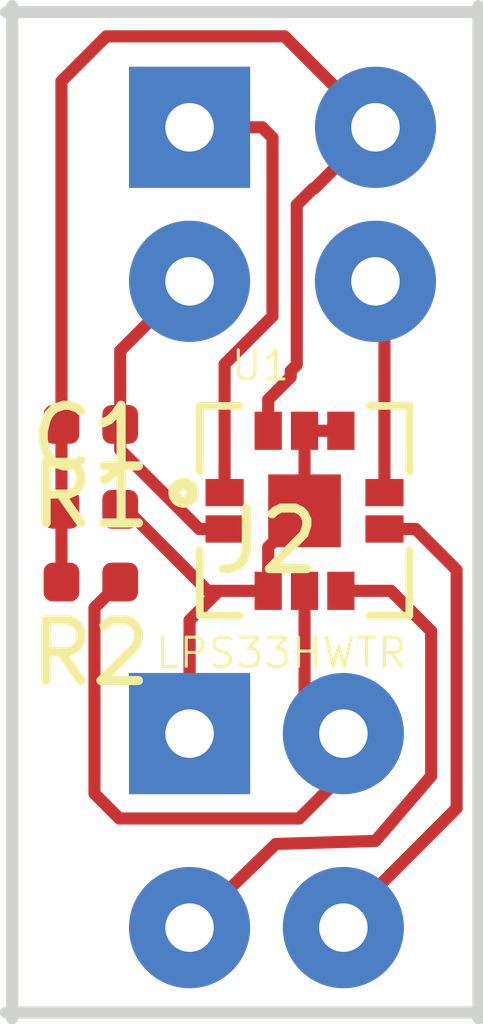
<source format=kicad_pcb>
(kicad_pcb (version 20171130) (host pcbnew "(5.0.2-5-10.14)")

  (general
    (thickness 1.6)
    (drawings 9)
    (tracks 68)
    (zones 0)
    (modules 6)
    (nets 9)
  )

  (page A4)
  (layers
    (0 F.Cu signal)
    (31 B.Cu signal)
    (32 B.Adhes user)
    (33 F.Adhes user)
    (34 B.Paste user)
    (35 F.Paste user)
    (36 B.SilkS user)
    (37 F.SilkS user hide)
    (38 B.Mask user)
    (39 F.Mask user)
    (40 Dwgs.User user)
    (41 Cmts.User user)
    (42 Eco1.User user)
    (43 Eco2.User user)
    (44 Edge.Cuts user)
    (45 Margin user)
    (46 B.CrtYd user)
    (47 F.CrtYd user)
    (48 B.Fab user)
    (49 F.Fab user hide)
  )

  (setup
    (last_trace_width 0.2)
    (trace_clearance 0.1)
    (zone_clearance 0.508)
    (zone_45_only no)
    (trace_min 0.2)
    (segment_width 0.2)
    (edge_width 0.15)
    (via_size 0.8)
    (via_drill 0.4)
    (via_min_size 0.4)
    (via_min_drill 0.3)
    (uvia_size 0.3)
    (uvia_drill 0.1)
    (uvias_allowed no)
    (uvia_min_size 0.2)
    (uvia_min_drill 0.1)
    (pcb_text_width 0.3)
    (pcb_text_size 1.5 1.5)
    (mod_edge_width 0.15)
    (mod_text_size 1 1)
    (mod_text_width 0.15)
    (pad_size 1.99898 1.99898)
    (pad_drill 0.8001)
    (pad_to_mask_clearance 0.051)
    (solder_mask_min_width 0.25)
    (aux_axis_origin 0 0)
    (visible_elements FFFFFF7F)
    (pcbplotparams
      (layerselection 0x010f0_ffffffff)
      (usegerberextensions false)
      (usegerberattributes false)
      (usegerberadvancedattributes false)
      (creategerberjobfile false)
      (excludeedgelayer true)
      (linewidth 0.100000)
      (plotframeref false)
      (viasonmask false)
      (mode 1)
      (useauxorigin false)
      (hpglpennumber 1)
      (hpglpenspeed 20)
      (hpglpendiameter 15.000000)
      (psnegative false)
      (psa4output false)
      (plotreference true)
      (plotvalue true)
      (plotinvisibletext false)
      (padsonsilk false)
      (subtractmaskfromsilk false)
      (outputformat 1)
      (mirror false)
      (drillshape 0)
      (scaleselection 1)
      (outputdirectory "../../../../Desktop/"))
  )

  (net 0 "")
  (net 1 "Net-(C1-Pad1)")
  (net 2 "Net-(C1-Pad2)")
  (net 3 "Net-(J1-Pad1)")
  (net 4 "Net-(J1-Pad3)")
  (net 5 "Net-(J1-Pad4)")
  (net 6 "Net-(J2-Pad3)")
  (net 7 "Net-(J2-Pad4)")
  (net 8 "Net-(J2-Pad2)")

  (net_class Default "This is the default net class."
    (clearance 0.1)
    (trace_width 0.2)
    (via_dia 0.8)
    (via_drill 0.4)
    (uvia_dia 0.3)
    (uvia_drill 0.1)
    (add_net "Net-(C1-Pad1)")
    (add_net "Net-(C1-Pad2)")
    (add_net "Net-(J1-Pad1)")
    (add_net "Net-(J1-Pad3)")
    (add_net "Net-(J1-Pad4)")
    (add_net "Net-(J2-Pad2)")
    (add_net "Net-(J2-Pad3)")
    (add_net "Net-(J2-Pad4)")
  )

  (module Capacitor_SMD:C_0402_1005Metric (layer F.Cu) (tedit 5B301BBE) (tstamp 5C8C94B0)
    (at 136.8 85.8)
    (descr "Capacitor SMD 0402 (1005 Metric), square (rectangular) end terminal, IPC_7351 nominal, (Body size source: http://www.tortai-tech.com/upload/download/2011102023233369053.pdf), generated with kicad-footprint-generator")
    (tags capacitor)
    (path /5C809D8C)
    (attr smd)
    (fp_text reference C1 (at 0 -1.17) (layer F.SilkS)
      (effects (font (size 1 1) (thickness 0.15)))
    )
    (fp_text value C (at 0 1.17) (layer F.Fab)
      (effects (font (size 1 1) (thickness 0.15)))
    )
    (fp_line (start -0.5 0.25) (end -0.5 -0.25) (layer F.Fab) (width 0.1))
    (fp_line (start -0.5 -0.25) (end 0.5 -0.25) (layer F.Fab) (width 0.1))
    (fp_line (start 0.5 -0.25) (end 0.5 0.25) (layer F.Fab) (width 0.1))
    (fp_line (start 0.5 0.25) (end -0.5 0.25) (layer F.Fab) (width 0.1))
    (fp_line (start -0.93 0.47) (end -0.93 -0.47) (layer F.CrtYd) (width 0.05))
    (fp_line (start -0.93 -0.47) (end 0.93 -0.47) (layer F.CrtYd) (width 0.05))
    (fp_line (start 0.93 -0.47) (end 0.93 0.47) (layer F.CrtYd) (width 0.05))
    (fp_line (start 0.93 0.47) (end -0.93 0.47) (layer F.CrtYd) (width 0.05))
    (fp_text user %R (at 0 0) (layer F.Fab)
      (effects (font (size 0.25 0.25) (thickness 0.04)))
    )
    (pad 1 smd roundrect (at -0.485 0) (size 0.59 0.64) (layers F.Cu F.Paste F.Mask) (roundrect_rratio 0.25)
      (net 1 "Net-(C1-Pad1)"))
    (pad 2 smd roundrect (at 0.485 0) (size 0.59 0.64) (layers F.Cu F.Paste F.Mask) (roundrect_rratio 0.25)
      (net 2 "Net-(C1-Pad2)"))
    (model ${KISYS3DMOD}/Capacitor_SMD.3dshapes/C_0402_1005Metric.wrl
      (at (xyz 0 0 0))
      (scale (xyz 1 1 1))
      (rotate (xyz 0 0 0))
    )
  )

  (module Connector_Wire:SolderWirePad_2x02_P2.54mm_Drill0.8mm (layer F.Cu) (tedit 5C803152) (tstamp 5C8C94BD)
    (at 138.43 79.5)
    (descr "Wire solder connection")
    (tags connector)
    (path /5C80C96C)
    (attr virtual)
    (fp_text reference J1 (at 1.27 -3.175) (layer F.SilkS)
      (effects (font (size 1 1) (thickness 0.15)))
    )
    (fp_text value Conn_01x04 (at 1.27 5.08) (layer F.Fab)
      (effects (font (size 1 1) (thickness 0.15)))
    )
    (fp_text user %R (at 1.27 1.27) (layer F.Fab)
      (effects (font (size 1 1) (thickness 0.15)))
    )
    (fp_line (start -1.5 -1.5) (end 4.04 -1.5) (layer F.CrtYd) (width 0.05))
    (fp_line (start -1.5 -1.5) (end -1.5 4.04) (layer F.CrtYd) (width 0.05))
    (fp_line (start 4.04 4.04) (end 4.04 -1.5) (layer F.CrtYd) (width 0.05))
    (fp_line (start 4.04 4.04) (end -1.5 4.04) (layer F.CrtYd) (width 0.05))
    (pad 3 thru_hole circle (at 0 2.54) (size 1.99898 1.99898) (drill 0.8001) (layers *.Cu *.Mask)
      (net 4 "Net-(J1-Pad3)"))
    (pad 4 thru_hole circle (at 3.07 2.54) (size 1.99898 1.99898) (drill 0.8001) (layers *.Cu *.Mask)
      (net 5 "Net-(J1-Pad4)"))
    (pad 1 thru_hole rect (at 0 0) (size 1.99898 1.99898) (drill 0.8001) (layers *.Cu *.Mask)
      (net 3 "Net-(J1-Pad1)"))
    (pad 2 thru_hole circle (at 3.07 0) (size 1.99898 1.99898) (drill 0.8001) (layers *.Cu *.Mask)
      (net 1 "Net-(C1-Pad1)"))
  )

  (module Connector_Wire:SolderWirePad_2x02_P2.54mm_Drill0.8mm (layer F.Cu) (tedit 5C803CF8) (tstamp 5C8C94CA)
    (at 138.43 89.5)
    (descr "Wire solder connection")
    (tags connector)
    (path /5C80C9B0)
    (attr virtual)
    (fp_text reference J2 (at 1.27 -3.175) (layer F.SilkS)
      (effects (font (size 1 1) (thickness 0.15)))
    )
    (fp_text value Conn_01x04 (at 1.27 5.08) (layer F.Fab)
      (effects (font (size 1 1) (thickness 0.15)))
    )
    (fp_line (start 4.04 4.04) (end -1.5 4.04) (layer F.CrtYd) (width 0.05))
    (fp_line (start 4.04 4.04) (end 4.04 -1.5) (layer F.CrtYd) (width 0.05))
    (fp_line (start -1.5 -1.5) (end -1.5 4.04) (layer F.CrtYd) (width 0.05))
    (fp_line (start -1.5 -1.5) (end 4.04 -1.5) (layer F.CrtYd) (width 0.05))
    (fp_text user %R (at 1.27 1.27) (layer F.Fab)
      (effects (font (size 1 1) (thickness 0.15)))
    )
    (pad 2 thru_hole circle (at 2.54 0) (size 1.99898 1.99898) (drill 0.8001) (layers *.Cu *.Mask)
      (net 8 "Net-(J2-Pad2)"))
    (pad 1 thru_hole rect (at 0 0) (size 1.99898 1.99898) (drill 0.8001) (layers *.Cu *.Mask)
      (net 2 "Net-(C1-Pad2)"))
    (pad 4 thru_hole circle (at 2.54 3.2) (size 1.99898 1.99898) (drill 0.8001) (layers *.Cu *.Mask)
      (net 7 "Net-(J2-Pad4)"))
    (pad 3 thru_hole circle (at 0 3.2) (size 1.99898 1.99898) (drill 0.8001) (layers *.Cu *.Mask)
      (net 6 "Net-(J2-Pad3)"))
  )

  (module Resistor_SMD:R_0402_1005Metric (layer F.Cu) (tedit 5B301BBD) (tstamp 5C8C94D9)
    (at 136.8 84.4 180)
    (descr "Resistor SMD 0402 (1005 Metric), square (rectangular) end terminal, IPC_7351 nominal, (Body size source: http://www.tortai-tech.com/upload/download/2011102023233369053.pdf), generated with kicad-footprint-generator")
    (tags resistor)
    (path /5C80AD9A)
    (attr smd)
    (fp_text reference R1 (at 0 -1.17 180) (layer F.SilkS)
      (effects (font (size 1 1) (thickness 0.15)))
    )
    (fp_text value R (at 0 1.17 180) (layer F.Fab)
      (effects (font (size 1 1) (thickness 0.15)))
    )
    (fp_line (start -0.5 0.25) (end -0.5 -0.25) (layer F.Fab) (width 0.1))
    (fp_line (start -0.5 -0.25) (end 0.5 -0.25) (layer F.Fab) (width 0.1))
    (fp_line (start 0.5 -0.25) (end 0.5 0.25) (layer F.Fab) (width 0.1))
    (fp_line (start 0.5 0.25) (end -0.5 0.25) (layer F.Fab) (width 0.1))
    (fp_line (start -0.93 0.47) (end -0.93 -0.47) (layer F.CrtYd) (width 0.05))
    (fp_line (start -0.93 -0.47) (end 0.93 -0.47) (layer F.CrtYd) (width 0.05))
    (fp_line (start 0.93 -0.47) (end 0.93 0.47) (layer F.CrtYd) (width 0.05))
    (fp_line (start 0.93 0.47) (end -0.93 0.47) (layer F.CrtYd) (width 0.05))
    (fp_text user %R (at 0 0 180) (layer F.Fab)
      (effects (font (size 0.25 0.25) (thickness 0.04)))
    )
    (pad 1 smd roundrect (at -0.485 0 180) (size 0.59 0.64) (layers F.Cu F.Paste F.Mask) (roundrect_rratio 0.25)
      (net 4 "Net-(J1-Pad3)"))
    (pad 2 smd roundrect (at 0.485 0 180) (size 0.59 0.64) (layers F.Cu F.Paste F.Mask) (roundrect_rratio 0.25)
      (net 1 "Net-(C1-Pad1)"))
    (model ${KISYS3DMOD}/Resistor_SMD.3dshapes/R_0402_1005Metric.wrl
      (at (xyz 0 0 0))
      (scale (xyz 1 1 1))
      (rotate (xyz 0 0 0))
    )
  )

  (module Resistor_SMD:R_0402_1005Metric (layer F.Cu) (tedit 5B301BBD) (tstamp 5C8C94E8)
    (at 136.8 87 180)
    (descr "Resistor SMD 0402 (1005 Metric), square (rectangular) end terminal, IPC_7351 nominal, (Body size source: http://www.tortai-tech.com/upload/download/2011102023233369053.pdf), generated with kicad-footprint-generator")
    (tags resistor)
    (path /5C80B62B)
    (attr smd)
    (fp_text reference R2 (at 0 -1.17 180) (layer F.SilkS)
      (effects (font (size 1 1) (thickness 0.15)))
    )
    (fp_text value R (at 0 1.17 180) (layer F.Fab)
      (effects (font (size 1 1) (thickness 0.15)))
    )
    (fp_text user %R (at 0 0 180) (layer F.Fab)
      (effects (font (size 0.25 0.25) (thickness 0.04)))
    )
    (fp_line (start 0.93 0.47) (end -0.93 0.47) (layer F.CrtYd) (width 0.05))
    (fp_line (start 0.93 -0.47) (end 0.93 0.47) (layer F.CrtYd) (width 0.05))
    (fp_line (start -0.93 -0.47) (end 0.93 -0.47) (layer F.CrtYd) (width 0.05))
    (fp_line (start -0.93 0.47) (end -0.93 -0.47) (layer F.CrtYd) (width 0.05))
    (fp_line (start 0.5 0.25) (end -0.5 0.25) (layer F.Fab) (width 0.1))
    (fp_line (start 0.5 -0.25) (end 0.5 0.25) (layer F.Fab) (width 0.1))
    (fp_line (start -0.5 -0.25) (end 0.5 -0.25) (layer F.Fab) (width 0.1))
    (fp_line (start -0.5 0.25) (end -0.5 -0.25) (layer F.Fab) (width 0.1))
    (pad 2 smd roundrect (at 0.485 0 180) (size 0.59 0.64) (layers F.Cu F.Paste F.Mask) (roundrect_rratio 0.25)
      (net 1 "Net-(C1-Pad1)"))
    (pad 1 smd roundrect (at -0.485 0 180) (size 0.59 0.64) (layers F.Cu F.Paste F.Mask) (roundrect_rratio 0.25)
      (net 8 "Net-(J2-Pad2)"))
    (model ${KISYS3DMOD}/Resistor_SMD.3dshapes/R_0402_1005Metric.wrl
      (at (xyz 0 0 0))
      (scale (xyz 1 1 1))
      (rotate (xyz 0 0 0))
    )
  )

  (module LPS33HWTR:PQFN60P330X330X290-11N (layer F.Cu) (tedit 0) (tstamp 5C8C9509)
    (at 140.328751 85.825001)
    (path /5C7FF841)
    (attr smd)
    (fp_text reference U1 (at -0.728144 -2.39539) (layer F.SilkS)
      (effects (font (size 0.480719 0.480719) (thickness 0.05)))
    )
    (fp_text value LPS33HWTR (at -0.385153 2.34562) (layer F.SilkS)
      (effects (font (size 0.480802 0.480802) (thickness 0.05)))
    )
    (fp_line (start -1.73 -1.73) (end 1.73 -1.73) (layer Eco2.User) (width 0.127))
    (fp_line (start 1.73 -1.73) (end 1.73 1.73) (layer Eco2.User) (width 0.127))
    (fp_line (start 1.73 1.73) (end -1.73 1.73) (layer Eco2.User) (width 0.127))
    (fp_line (start -1.73 1.73) (end -1.73 -1.73) (layer Eco2.User) (width 0.127))
    (fp_line (start -1.73 -1.73) (end -1.08125 -1.73) (layer F.SilkS) (width 0.127))
    (fp_line (start -1.73 -1.73) (end -1.73 -0.64875) (layer F.SilkS) (width 0.127))
    (fp_line (start 1.08125 -1.73) (end 1.73 -1.73) (layer F.SilkS) (width 0.127))
    (fp_line (start 1.73 -1.73) (end 1.73 -0.64875) (layer F.SilkS) (width 0.127))
    (fp_line (start 1.73 0.64875) (end 1.73 1.73) (layer F.SilkS) (width 0.127))
    (fp_line (start 1.73 1.73) (end 1.08125 1.73) (layer F.SilkS) (width 0.127))
    (fp_line (start -1.73 0.64875) (end -1.73 1.73) (layer F.SilkS) (width 0.127))
    (fp_line (start -1.73 1.73) (end -1.08125 1.73) (layer F.SilkS) (width 0.127))
    (fp_circle (center -1.99875 -0.3) (end -1.94875 -0.3) (layer F.SilkS) (width 0.2))
    (fp_line (start -1.98 -1.98) (end -1.98 1.98) (layer Eco1.User) (width 0.05))
    (fp_line (start -1.98 1.98) (end 1.98 1.98) (layer Eco1.User) (width 0.05))
    (fp_line (start 1.98 1.98) (end 1.98 -1.98) (layer Eco1.User) (width 0.05))
    (fp_line (start 1.98 -1.98) (end -1.98 -1.98) (layer Eco1.User) (width 0.05))
    (fp_poly (pts (xy -0.381107 -0.38) (xy 0.38 -0.38) (xy 0.38 0.381107) (xy -0.381107 0.381107)) (layer F.Paste) (width 0))
    (pad 1 smd rect (at -1.32 -0.3) (size 0.63 0.45) (layers F.Cu F.Paste F.Mask)
      (net 3 "Net-(J1-Pad1)"))
    (pad 2 smd rect (at -1.32 0.3) (size 0.63 0.45) (layers F.Cu F.Paste F.Mask)
      (net 4 "Net-(J1-Pad3)"))
    (pad 3 smd rect (at -0.6 1.32 90) (size 0.63 0.45) (layers F.Cu F.Paste F.Mask)
      (net 2 "Net-(C1-Pad2)"))
    (pad 4 smd rect (at 0 1.32 90) (size 0.63 0.45) (layers F.Cu F.Paste F.Mask)
      (net 8 "Net-(J2-Pad2)"))
    (pad 5 smd rect (at 0.6 1.32 90) (size 0.63 0.45) (layers F.Cu F.Paste F.Mask)
      (net 6 "Net-(J2-Pad3)"))
    (pad 6 smd rect (at 1.32 0.3 180) (size 0.63 0.45) (layers F.Cu F.Paste F.Mask)
      (net 7 "Net-(J2-Pad4)"))
    (pad 7 smd rect (at 1.32 -0.3 180) (size 0.63 0.45) (layers F.Cu F.Paste F.Mask)
      (net 5 "Net-(J1-Pad4)"))
    (pad 8 smd rect (at 0.6 -1.32 270) (size 0.63 0.45) (layers F.Cu F.Paste F.Mask)
      (net 2 "Net-(C1-Pad2)"))
    (pad 9 smd rect (at 0 -1.32 270) (size 0.63 0.45) (layers F.Cu F.Paste F.Mask)
      (net 2 "Net-(C1-Pad2)"))
    (pad 10 smd rect (at -0.6 -1.32 270) (size 0.63 0.45) (layers F.Cu F.Paste F.Mask)
      (net 1 "Net-(C1-Pad1)"))
    (pad EP smd rect (at 0 0) (size 1.2 1.2) (layers F.Cu F.Paste F.Mask)
      (net 2 "Net-(C1-Pad2)"))
  )

  (gr_line (start 143.2 77.6) (end 135.4 77.6) (layer Edge.Cuts) (width 0.2))
  (gr_line (start 143.2 94.2) (end 143.2 77.5) (layer Edge.Cuts) (width 0.2))
  (gr_line (start 135.4 94.1) (end 143.2 94.1) (layer Edge.Cuts) (width 0.2))
  (gr_line (start 135.5 77.5) (end 135.5 94.2) (layer Edge.Cuts) (width 0.2))
  (dimension 5.08 (width 0.3) (layer F.SilkS)
    (gr_text "5.080 mm" (at 128.27 124.02) (layer F.SilkS)
      (effects (font (size 1.5 1.5) (thickness 0.3)))
    )
    (feature1 (pts (xy 125.73 78.74) (xy 125.73 122.506421)))
    (feature2 (pts (xy 130.81 78.74) (xy 130.81 122.506421)))
    (crossbar (pts (xy 130.81 121.92) (xy 125.73 121.92)))
    (arrow1a (pts (xy 125.73 121.92) (xy 126.856504 121.333579)))
    (arrow1b (pts (xy 125.73 121.92) (xy 126.856504 122.506421)))
    (arrow2a (pts (xy 130.81 121.92) (xy 129.683496 121.333579)))
    (arrow2b (pts (xy 130.81 121.92) (xy 129.683496 122.506421)))
  )
  (gr_line (start 134.62 76.2) (end 110.49 76.2) (layer F.SilkS) (width 0.2))
  (gr_line (start 134.62 95.25) (end 134.62 76.2) (layer F.SilkS) (width 0.2))
  (gr_line (start 110.49 95.25) (end 134.62 95.25) (layer F.SilkS) (width 0.2))
  (gr_line (start 110.49 76.2) (end 110.49 95.25) (layer F.SilkS) (width 0.2))

  (segment (start 136.315 87) (end 136.315 85.7) (width 0.2) (layer F.Cu) (net 1))
  (segment (start 136.315 85.7) (end 136.315 84.4) (width 0.2) (layer F.Cu) (net 1))
  (segment (start 140.10001 83.518233) (end 140.10001 83.618742) (width 0.2) (layer F.Cu) (net 1))
  (segment (start 140.47 80.51) (end 140.2 80.78) (width 0.2) (layer F.Cu) (net 1))
  (segment (start 140.2 83.418243) (end 140.10001 83.518233) (width 0.2) (layer F.Cu) (net 1))
  (segment (start 139.728751 83.990001) (end 139.728751 84.505001) (width 0.2) (layer F.Cu) (net 1))
  (segment (start 140.2 80.78) (end 140.2 83.418243) (width 0.2) (layer F.Cu) (net 1))
  (segment (start 140.49 80.51) (end 140.47 80.51) (width 0.2) (layer F.Cu) (net 1))
  (segment (start 140.10001 83.618742) (end 139.728751 83.990001) (width 0.2) (layer F.Cu) (net 1))
  (segment (start 141.5 79.5) (end 140.49 80.51) (width 0.2) (layer F.Cu) (net 1))
  (segment (start 137.055 78) (end 136.315 78.74) (width 0.2) (layer F.Cu) (net 1))
  (segment (start 141.5 79.5) (end 140 78) (width 0.2) (layer F.Cu) (net 1))
  (segment (start 140 78) (end 137.055 78) (width 0.2) (layer F.Cu) (net 1))
  (segment (start 136.315 84.4) (end 136.315 78.74) (width 0.2) (layer F.Cu) (net 1))
  (segment (start 140.928751 84.505001) (end 140.328751 84.505001) (width 0.2) (layer F.Cu) (net 2))
  (segment (start 140.328751 85.825001) (end 140.328751 84.505001) (width 0.2) (layer F.Cu) (net 2))
  (segment (start 139.728751 86.425001) (end 139.728751 87.145001) (width 0.2) (layer F.Cu) (net 2))
  (segment (start 140.328751 85.825001) (end 139.728751 86.425001) (width 0.2) (layer F.Cu) (net 2))
  (segment (start 137.83 88.9) (end 138.43 89.5) (width 0.2) (layer F.Cu) (net 2))
  (segment (start 139.585509 87.145001) (end 139.728751 87.145001) (width 0.2) (layer F.Cu) (net 2))
  (segment (start 138.43 89.5) (end 138.43 87.93) (width 0.2) (layer F.Cu) (net 2))
  (segment (start 139.728751 87.145001) (end 138.914999 87.145001) (width 0.2) (layer F.Cu) (net 2))
  (segment (start 138.43 87.63) (end 138.43 89.5) (width 0.2) (layer F.Cu) (net 2))
  (segment (start 138.914999 87.145001) (end 138.43 87.63) (width 0.2) (layer F.Cu) (net 2))
  (segment (start 138.730001 87.145001) (end 137.285 85.7) (width 0.2) (layer F.Cu) (net 2))
  (segment (start 138.914999 87.145001) (end 138.730001 87.145001) (width 0.2) (layer F.Cu) (net 2))
  (segment (start 139.008751 85.100001) (end 139.008751 85.525001) (width 0.2) (layer F.Cu) (net 3))
  (segment (start 139.008751 83.407006) (end 139.008751 85.525001) (width 0.2) (layer F.Cu) (net 3))
  (segment (start 139.8 82.615757) (end 139.008751 83.407006) (width 0.2) (layer F.Cu) (net 3))
  (segment (start 139.8 79.67051) (end 139.8 80.01) (width 0.2) (layer F.Cu) (net 3))
  (segment (start 139.62949 79.5) (end 139.8 79.67051) (width 0.2) (layer F.Cu) (net 3))
  (segment (start 139.8 80.01) (end 139.8 82.615757) (width 0.2) (layer F.Cu) (net 3))
  (segment (start 138.43 79.5) (end 139.62949 79.5) (width 0.2) (layer F.Cu) (net 3))
  (segment (start 139.008751 86.125001) (end 138.918751 86.125001) (width 0.2) (layer F.Cu) (net 4))
  (segment (start 137.285 84.82) (end 137.285 84.4) (width 0.2) (layer F.Cu) (net 4))
  (segment (start 138.590001 86.125001) (end 137.285 84.82) (width 0.2) (layer F.Cu) (net 4))
  (segment (start 139.008751 86.125001) (end 138.590001 86.125001) (width 0.2) (layer F.Cu) (net 4))
  (segment (start 137.285 83.185) (end 137.285 84.4) (width 0.2) (layer F.Cu) (net 4))
  (segment (start 138.43 82.04) (end 137.285 83.185) (width 0.2) (layer F.Cu) (net 4))
  (segment (start 141.648751 82.188751) (end 141.5 82.04) (width 0.2) (layer F.Cu) (net 5))
  (segment (start 141.648751 85.525001) (end 141.648751 82.188751) (width 0.2) (layer F.Cu) (net 5))
  (segment (start 140.928751 87.145001) (end 140.928751 87.235001) (width 0.2) (layer F.Cu) (net 6))
  (segment (start 138.43 92.7) (end 139.854752 91.32) (width 0.2) (layer F.Cu) (net 6))
  (segment (start 141.5 91.27) (end 142.42 90.2) (width 0.2) (layer F.Cu) (net 6))
  (segment (start 141.755001 87.145001) (end 140.928751 87.145001) (width 0.2) (layer F.Cu) (net 6))
  (segment (start 142.42 87.81) (end 141.755001 87.145001) (width 0.2) (layer F.Cu) (net 6))
  (segment (start 142.42 90.2) (end 142.42 87.81) (width 0.2) (layer F.Cu) (net 6))
  (segment (start 139.854752 91.32) (end 141.5 91.27) (width 0.2) (layer F.Cu) (net 6))
  (segment (start 141.648751 86.125001) (end 142.163751 86.125001) (width 0.2) (layer F.Cu) (net 7))
  (segment (start 142.84 86.80125) (end 142.24 86.20125) (width 0.2) (layer F.Cu) (net 7))
  (segment (start 142.84 90.73) (end 142.84 86.80125) (width 0.2) (layer F.Cu) (net 7))
  (segment (start 140.97 92.6) (end 142.84 90.73) (width 0.2) (layer F.Cu) (net 7))
  (segment (start 142.24 86.20125) (end 142.8 86.76125) (width 0.2) (layer F.Cu) (net 7))
  (segment (start 142.163751 86.125001) (end 142.24 86.20125) (width 0.2) (layer F.Cu) (net 7))
  (segment (start 140.328751 89.528751) (end 140.97 90.17) (width 0.2) (layer F.Cu) (net 8))
  (segment (start 140.928751 89.5) (end 140.328751 88.9) (width 0.2) (layer F.Cu) (net 8))
  (segment (start 140.97 89.5) (end 140.928751 89.5) (width 0.2) (layer F.Cu) (net 8))
  (segment (start 140.328751 87.145001) (end 140.328751 88.9) (width 0.2) (layer F.Cu) (net 8))
  (segment (start 139.770509 90.9) (end 137.270509 90.9) (width 0.2) (layer F.Cu) (net 8))
  (segment (start 136.86 90.489491) (end 136.86 88.9) (width 0.2) (layer F.Cu) (net 8))
  (segment (start 137.270509 90.9) (end 136.86 90.489491) (width 0.2) (layer F.Cu) (net 8))
  (segment (start 136.86 90.288982) (end 136.86 88.9) (width 0.2) (layer F.Cu) (net 8))
  (segment (start 139.770509 90.9) (end 140.24 90.9) (width 0.2) (layer F.Cu) (net 8))
  (segment (start 140.24 90.9) (end 140.97 90.17) (width 0.2) (layer F.Cu) (net 8))
  (segment (start 140.97 90.17) (end 140.97 89.5) (width 0.2) (layer F.Cu) (net 8))
  (segment (start 136.86 88.05) (end 136.86 88.9) (width 0.2) (layer F.Cu) (net 8))
  (segment (start 136.86 87.425) (end 136.86 88.05) (width 0.2) (layer F.Cu) (net 8))
  (segment (start 137.285 87) (end 136.86 87.425) (width 0.2) (layer F.Cu) (net 8))

)

</source>
